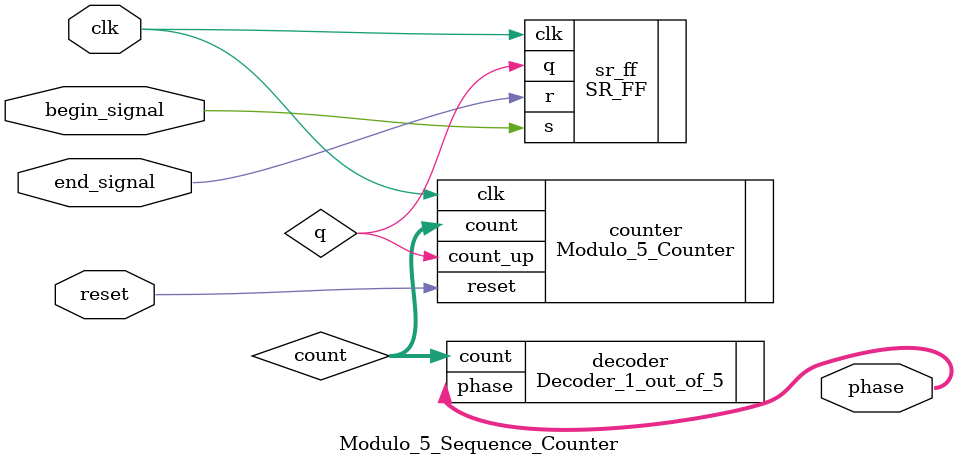
<source format=v>
module Modulo_5_Sequence_Counter(input clk, reset, begin_signal, end_signal,
                                 output [4:0] phase);
    
    wire q;
    wire [2:0] count;
    
    SR_FF sr_ff (.s(begin_signal), .r(end_signal), .clk(clk), .q(q));
    Modulo_5_Counter counter (.clk(clk), .reset(reset), .count_up(q), .count(count));
    Decoder_1_out_of_5 decoder (.count(count), .phase(phase));

endmodule
</source>
